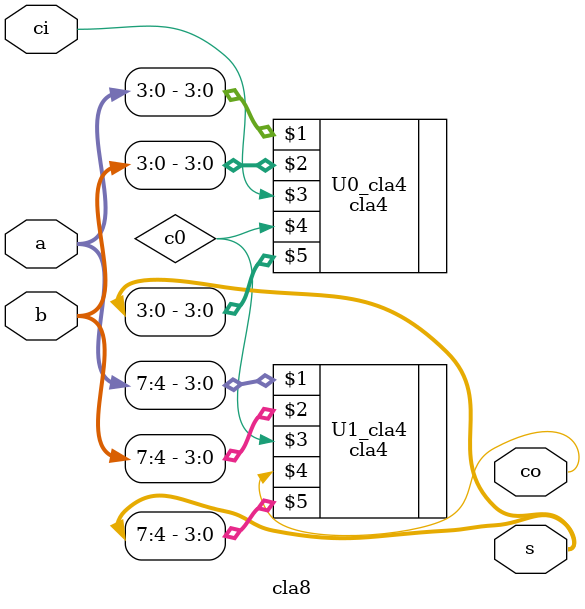
<source format=v>
module cla8(a, b, ci, co ,s); //8bit carry look ahead Adder design
	input [7:0] a,b; //input
	input ci;
	output [7:0] s; //output
	output co;
	
	wire c0;
	
	//4bit CLA instance
	cla4 U0_cla4(a[3:0],b[3:0],ci, c0, s[3:0]);
	cla4 U1_cla4(a[7:4],b[7:4],c0, co ,s[7:4]);

endmodule

</source>
